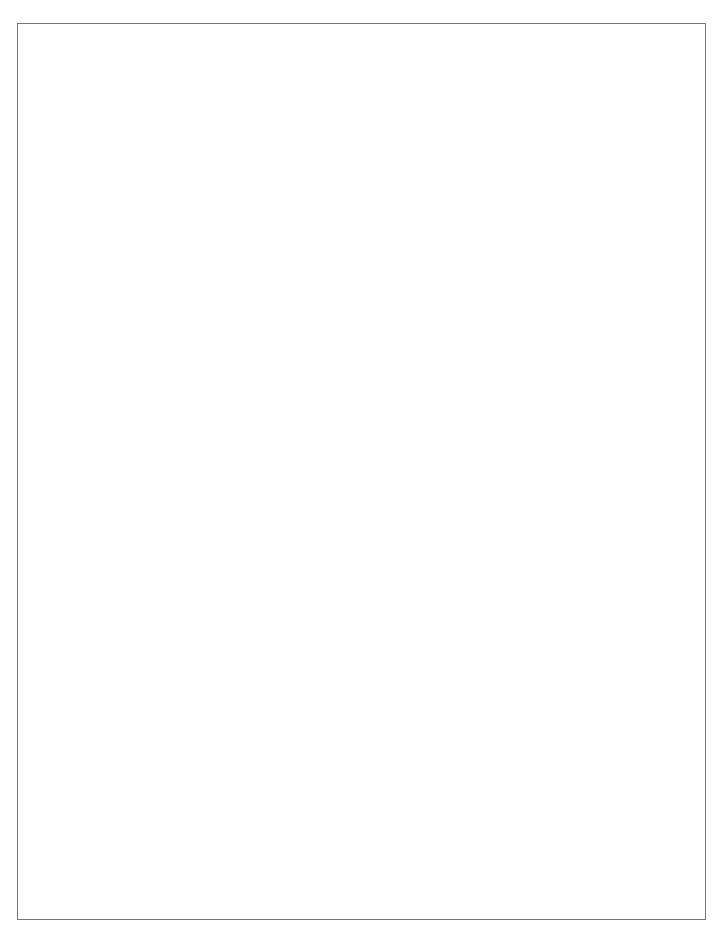
<source format=gm1>
%TF.GenerationSoftware,KiCad,Pcbnew,7.0.7*%
%TF.CreationDate,2024-02-09T14:24:34-05:00*%
%TF.ProjectId,control-module-pcb,636f6e74-726f-46c2-9d6d-6f64756c652d,rev?*%
%TF.SameCoordinates,Original*%
%TF.FileFunction,Profile,NP*%
%FSLAX46Y46*%
G04 Gerber Fmt 4.6, Leading zero omitted, Abs format (unit mm)*
G04 Created by KiCad (PCBNEW 7.0.7) date 2024-02-09 14:24:34*
%MOMM*%
%LPD*%
G01*
G04 APERTURE LIST*
%TA.AperFunction,Profile*%
%ADD10C,0.038100*%
%TD*%
G04 APERTURE END LIST*
D10*
X142000000Y-56000000D02*
X200250000Y-56000000D01*
X200250000Y-131900000D01*
X142000000Y-131900000D01*
X142000000Y-56000000D01*
M02*

</source>
